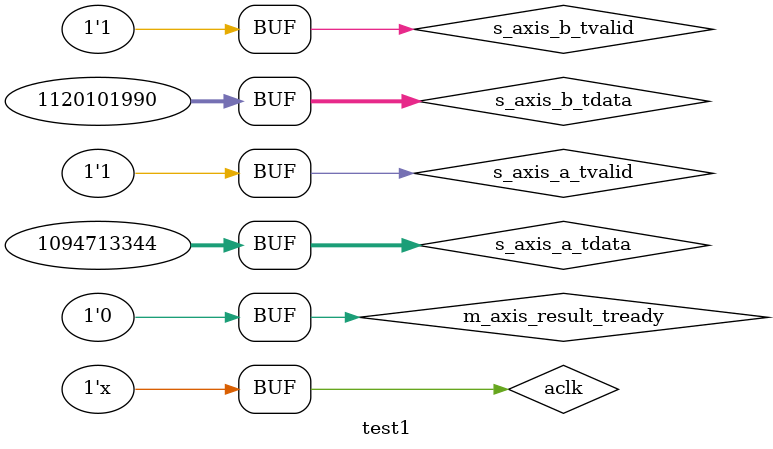
<source format=v>
`timescale 1ns / 1ps


module test1;

	// Inputs
	reg aclk;
	reg s_axis_a_tvalid;
	reg s_axis_b_tvalid;
	reg m_axis_result_tready;
	reg [31:0] s_axis_a_tdata;
	reg [31:0] s_axis_b_tdata;

	// Outputs
	wire s_axis_a_tready;
	wire s_axis_b_tready;
	wire m_axis_result_tvalid;
	wire [31:0] m_axis_result_tdata;

	// Instantiate the Unit Under Test (UUT)
	Foating_Point_Adder uut (
		.aclk(aclk), 
		.s_axis_a_tvalid(s_axis_a_tvalid), 
		.s_axis_b_tvalid(s_axis_b_tvalid), 
		.m_axis_result_tready(m_axis_result_tready), 
		.s_axis_a_tready(s_axis_a_tready), 
		.s_axis_b_tready(s_axis_b_tready), 
		.m_axis_result_tvalid(m_axis_result_tvalid), 
		.s_axis_a_tdata(s_axis_a_tdata), 
		.s_axis_b_tdata(s_axis_b_tdata), 
		.m_axis_result_tdata(m_axis_result_tdata)
	);

	initial begin
		// Initialize Inputs
		aclk = 0;
		s_axis_a_tvalid = 1;
		s_axis_b_tvalid = 1;
		m_axis_result_tready = 0;
		s_axis_a_tdata = 0;
		s_axis_b_tdata = 0;

		s_axis_a_tdata = 32'b01000001010000000000000000000000;
		s_axis_b_tdata = 32'b01000010110000110110011001100110;


	end
   always
		#500 aclk = ~aclk;
endmodule


</source>
